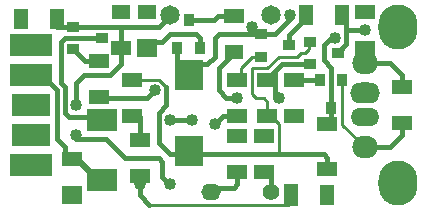
<source format=gbl>
%FSLAX25Y25*%
%MOIN*%
G70*
G01*
G75*
G04 Layer_Physical_Order=2*
G04 Layer_Color=16711680*
%ADD10C,0.01000*%
%ADD11R,0.07000X0.05000*%
%ADD12R,0.05000X0.07000*%
%ADD13O,0.06500X0.04500*%
%ADD14O,0.07500X0.06250*%
%ADD15O,0.06500X0.05000*%
%ADD16C,0.07500*%
%ADD17R,0.04500X0.07000*%
%ADD18R,0.02362X0.08465*%
%ADD19R,0.06500X0.05000*%
%ADD20C,0.02000*%
%ADD21C,0.01500*%
%ADD22C,0.04000*%
%ADD23O,0.06500X0.05500*%
%ADD24C,0.05500*%
%ADD25C,0.06500*%
%ADD26O,0.08500X0.07500*%
%ADD27O,0.13000X0.15000*%
%ADD28O,0.10000X0.07000*%
%ADD29O,0.09500X0.06000*%
%ADD30R,0.14000X0.07500*%
%ADD31R,0.13000X0.07500*%
%ADD32C,0.03500*%
%ADD33R,0.09449X0.10236*%
%ADD34R,0.05000X0.07500*%
%ADD35R,0.03937X0.03347*%
%ADD36R,0.03937X0.03347*%
%ADD37R,0.07000X0.06000*%
%ADD38R,0.10000X0.07500*%
%ADD39R,0.06000X0.05000*%
%ADD40R,0.03347X0.03937*%
%ADD41R,0.03347X0.03937*%
D10*
X728125Y411875D02*
X728750Y412500D01*
X746240Y438510D02*
X753750Y431000D01*
X746240Y438510D02*
Y453474D01*
X685250Y453500D02*
X687500Y451250D01*
X678750Y453500D02*
X685250D01*
X716250Y448750D02*
Y457500D01*
Y448750D02*
X717500Y447500D01*
X720000D01*
X721250Y446250D01*
Y441500D02*
Y446250D01*
X725000Y461250D02*
X731250D01*
X721250Y457500D02*
X725000Y461250D01*
X731250D02*
X732500Y462500D01*
X733750D02*
X735000Y463750D01*
X735266Y466250D02*
X735276Y466240D01*
X735000Y466250D02*
X735266D01*
X732500Y462500D02*
X733750D01*
X681875Y411875D02*
X728125D01*
X723750Y440000D02*
X725000Y438750D01*
Y428750D02*
Y438750D01*
X716250Y457500D02*
X721250D01*
X735000Y463750D02*
Y466250D01*
X712500Y453750D02*
Y457500D01*
X716260Y461260D02*
X719026D01*
X712500Y457500D02*
X716260Y461260D01*
D11*
X753750Y464000D02*
D03*
Y476000D02*
D03*
X656250Y427250D02*
D03*
X665000Y447750D02*
D03*
X711250Y453500D02*
D03*
Y441500D02*
D03*
X721250D02*
D03*
X676250D02*
D03*
X678750Y421500D02*
D03*
Y433500D02*
D03*
X730000Y453500D02*
D03*
Y441500D02*
D03*
X711250Y422750D02*
D03*
Y434750D02*
D03*
X720000D02*
D03*
Y422750D02*
D03*
X766250Y439000D02*
D03*
Y451000D02*
D03*
D12*
X741000Y415000D02*
D03*
X639000Y473750D02*
D03*
X651000D02*
D03*
X746000Y475000D02*
D03*
D17*
X734000D02*
D03*
D19*
X665000Y459750D02*
D03*
X710000Y474750D02*
D03*
X721250Y453500D02*
D03*
X741250Y423750D02*
D03*
Y438750D02*
D03*
X676250Y453500D02*
D03*
X672500Y464000D02*
D03*
D20*
X656250Y427250D02*
X657750D01*
X663750Y421250D01*
X666250D01*
D21*
X722500Y416250D02*
Y422500D01*
X704990Y468740D02*
X723740D01*
X696250Y458750D02*
X701250D01*
X703750Y461250D01*
X711250Y418750D02*
Y422750D01*
X681250Y447500D02*
X683750Y450000D01*
X672500Y458750D02*
Y471250D01*
X651250D02*
X685000D01*
X656526Y463760D02*
X660535Y459750D01*
X665000D01*
X652500Y452500D02*
Y466250D01*
X655000Y441250D02*
X666250D01*
X652500Y466250D02*
X653750Y467500D01*
X665974D01*
X685000Y471250D02*
X688750Y475000D01*
X657500Y445000D02*
Y452500D01*
X660000Y455000D01*
X668750D01*
X672500Y458750D01*
X653750Y427500D02*
Y431250D01*
X651250Y433750D02*
X653750Y431250D01*
X651250Y433750D02*
Y450000D01*
X648750Y452500D02*
X651250Y450000D01*
X653750Y442500D02*
Y451250D01*
X652500Y452500D02*
X653750Y451250D01*
Y442500D02*
X655000Y441250D01*
X728474Y465000D02*
Y468474D01*
X734000Y474000D01*
Y475000D01*
X747500Y465276D02*
Y475000D01*
Y470000D02*
X753750D01*
X744724Y462500D02*
X747500Y465276D01*
X742500Y438750D02*
Y457500D01*
X740000Y460000D02*
Y465000D01*
X742500Y467500D01*
X743750D01*
X723740Y468740D02*
X728750Y473750D01*
Y475000D01*
X766250Y435000D02*
Y440000D01*
X753750Y431000D02*
X762250D01*
X766250Y435000D01*
X740000Y428750D02*
X741250Y427500D01*
Y423750D02*
Y427500D01*
X688750Y440000D02*
X696250D01*
X685000Y432500D02*
X688750Y428750D01*
X687500Y445000D02*
Y451250D01*
X685000Y442500D02*
X687500Y445000D01*
X685000Y432500D02*
Y442500D01*
X691260Y453750D02*
Y464026D01*
X706500Y441500D02*
X711250D01*
X703750Y438750D02*
X706500Y441500D01*
X646250Y452500D02*
X648750D01*
X653750Y427500D02*
X656000D01*
X656250Y427250D01*
X667500Y433750D02*
X673750Y427500D01*
X685000D01*
X686250Y426250D01*
Y421250D02*
Y426250D01*
Y421250D02*
X688750Y418750D01*
X740000Y460000D02*
X742500Y457500D01*
X678750Y433500D02*
Y441250D01*
X702500Y417500D02*
X710000D01*
X711250Y418750D01*
X738734Y453500D02*
X738760Y453474D01*
X732500Y453500D02*
X738734D01*
X731250D02*
X732750D01*
X712500Y453750D02*
X712750Y454000D01*
X705000Y450000D02*
X707500Y447500D01*
X711250D01*
X726260Y458760D02*
X735276D01*
X657500Y433750D02*
X667500D01*
X678750Y415000D02*
X681875Y411875D01*
X678750Y415000D02*
Y421500D01*
X766250Y451000D02*
Y455000D01*
X762250Y459000D02*
X766250Y455000D01*
X753750Y459000D02*
X762250D01*
X688750Y428750D02*
X740000D01*
X709875Y462625D02*
X710000Y462750D01*
X705000Y457500D02*
X710000Y462500D01*
X705000Y450000D02*
Y457500D01*
X723750Y447500D02*
Y456250D01*
X721250Y453750D02*
X726260Y458760D01*
X704750Y474750D02*
X710000D01*
X703474Y473474D02*
X704750Y474750D01*
X695000Y473474D02*
X703474D01*
X688750Y468750D02*
X697500D01*
X698740Y467510D01*
X686250Y466250D02*
X688750Y468750D01*
X683750Y466250D02*
X686250D01*
X698740Y464026D02*
Y467510D01*
X703750Y467500D02*
X704990Y468740D01*
X703750Y461250D02*
Y467500D01*
X666500Y447500D02*
X681250D01*
D22*
X695000Y453750D02*
D03*
X639000Y473750D02*
D03*
X657500Y445000D02*
D03*
X753750Y470000D02*
D03*
X743750Y467500D02*
D03*
X728750Y475000D02*
D03*
X767500Y438750D02*
D03*
X696250Y440000D02*
D03*
X688750D02*
D03*
X675000Y441250D02*
D03*
X688750Y418750D02*
D03*
X752500Y476250D02*
D03*
X683750Y450000D02*
D03*
X703750Y438750D02*
D03*
X741000Y415000D02*
D03*
X728750Y441250D02*
D03*
X672500Y476250D02*
D03*
X711250Y447500D02*
D03*
X725000D02*
D03*
X656250Y416250D02*
D03*
X657500Y435000D02*
D03*
X720000Y434750D02*
D03*
X711250D02*
D03*
X716250Y471250D02*
D03*
X678750Y418750D02*
D03*
D23*
X702500Y416250D02*
D03*
D24*
X722500D02*
D03*
D25*
X688750Y475000D02*
D03*
X722500D02*
D03*
D26*
X753750Y459000D02*
D03*
Y431000D02*
D03*
D27*
X764750Y471000D02*
D03*
Y419000D02*
D03*
D28*
X753750Y449000D02*
D03*
D29*
Y441000D02*
D03*
D30*
X642500Y425000D02*
D03*
Y465000D02*
D03*
Y455000D02*
D03*
D31*
Y435000D02*
D03*
Y445000D02*
D03*
D32*
X681250Y476250D02*
D03*
D33*
X695000Y429902D02*
D03*
Y455098D02*
D03*
D34*
X729000Y415000D02*
D03*
D35*
X656526Y463760D02*
D03*
X665974Y467500D02*
D03*
X719026Y461260D02*
D03*
X728474Y465000D02*
D03*
X744724Y462500D02*
D03*
X735276Y458760D02*
D03*
D36*
X656526Y471240D02*
D03*
X719026Y468740D02*
D03*
X735276Y466240D02*
D03*
D37*
X656250Y415250D02*
D03*
X681250Y464000D02*
D03*
D38*
X666250Y440000D02*
D03*
Y420000D02*
D03*
D39*
X710000Y462750D02*
D03*
X681250Y476000D02*
D03*
X672500D02*
D03*
D40*
X742500Y444026D02*
D03*
X738760Y453474D02*
D03*
X695000Y473474D02*
D03*
X698740Y464026D02*
D03*
D41*
X746240Y453474D02*
D03*
X691260Y464026D02*
D03*
M02*

</source>
